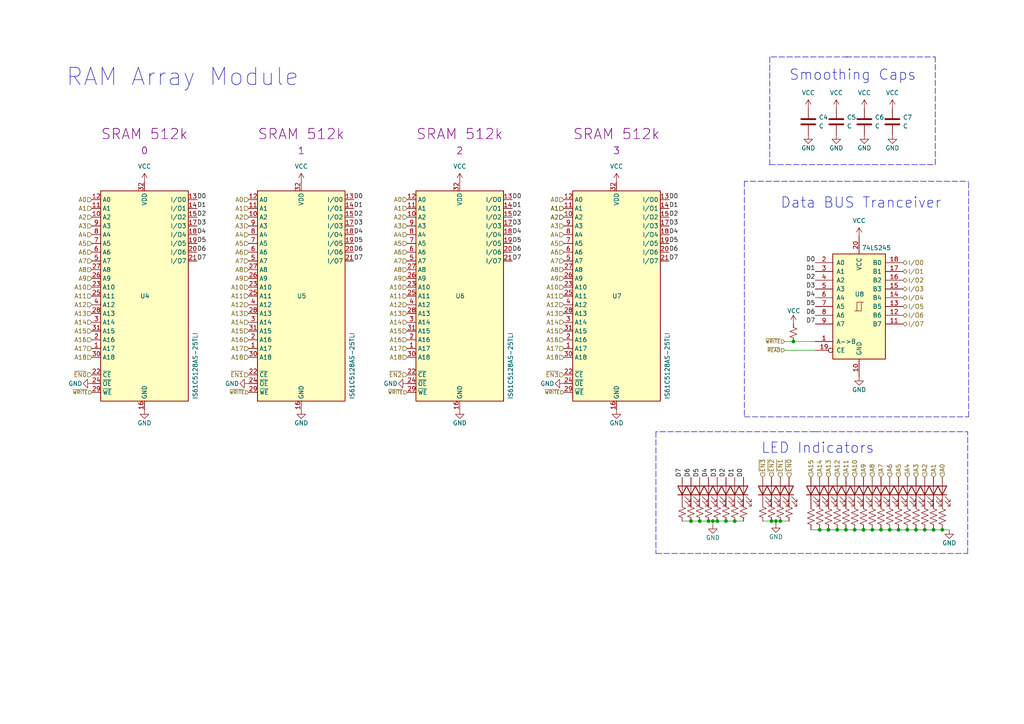
<source format=kicad_sch>
(kicad_sch (version 20211123) (generator eeschema)
  (paper "A4")
  (lib_symbols
    (symbol "74xx:74LS245" (pin_names (offset 1.016))
      (property "Reference" "U" (at -7.62 16.51 0))
      (property "Value" "74LS245" (at -7.62 -16.51 0))
      (symbol "74LS245_1_0"
        (polyline (pts (xy -0.635 -1.27) (xy -0.635 1.27) (xy 0.635 1.27)))
        (polyline (pts (xy -1.27 -1.27) (xy 0.635 -1.27) (xy 0.635 1.27) (xy 1.27 1.27)))
        (pin input line (at -12.7 -10.16 0) (length 5.08) (name "A->B") (number "1"))
        (pin power_in line (at 0 -20.32 90) (length 5.08) (name "GND") (number "10"))
        (pin tri_state line (at 12.7 -5.08 180) (length 5.08) (name "B7") (number "11"))
        (pin tri_state line (at 12.7 -2.54 180) (length 5.08) (name "B6") (number "12"))
        (pin tri_state line (at 12.7 0 180) (length 5.08) (name "B5") (number "13"))
        (pin tri_state line (at 12.7 2.54 180) (length 5.08) (name "B4") (number "14"))
        (pin tri_state line (at 12.7 5.08 180) (length 5.08) (name "B3") (number "15"))
        (pin tri_state line (at 12.7 7.62 180) (length 5.08) (name "B2") (number "16"))
        (pin tri_state line (at 12.7 10.16 180) (length 5.08) (name "B1") (number "17"))
        (pin tri_state line (at 12.7 12.7 180) (length 5.08) (name "B0") (number "18"))
        (pin input inverted (at -12.7 -12.7 0) (length 5.08) (name "CE") (number "19"))
        (pin tri_state line (at -12.7 12.7 0) (length 5.08) (name "A0") (number "2"))
        (pin power_in line (at 0 20.32 270) (length 5.08) (name "VCC") (number "20"))
        (pin tri_state line (at -12.7 10.16 0) (length 5.08) (name "A1") (number "3"))
        (pin tri_state line (at -12.7 7.62 0) (length 5.08) (name "A2") (number "4"))
        (pin tri_state line (at -12.7 5.08 0) (length 5.08) (name "A3") (number "5"))
        (pin tri_state line (at -12.7 2.54 0) (length 5.08) (name "A4") (number "6"))
        (pin tri_state line (at -12.7 0 0) (length 5.08) (name "A5") (number "7"))
        (pin tri_state line (at -12.7 -2.54 0) (length 5.08) (name "A6") (number "8"))
        (pin tri_state line (at -12.7 -5.08 0) (length 5.08) (name "A7") (number "9"))
      )
      (symbol "74LS245_1_1"
        (rectangle (start -7.62 15.24) (end 7.62 -15.24) (stroke (width 0.254)) (fill (type background)))
      )
    )
    (symbol "Device:C" (pin_numbers hide) (pin_names (offset 0.254))
      (property "Reference" "C" (at 0.635 2.54 0))
      (property "Value" "C" (at 0.635 -2.54 0))
      (symbol "C_0_1"
        (polyline (pts (xy -2.032 -0.762) (xy 2.032 -0.762)) (stroke (width 0.508)))
        (polyline (pts (xy -2.032 0.762) (xy 2.032 0.762)) (stroke (width 0.508)))
      )
      (symbol "C_1_1"
        (pin passive line (at 0 3.81 270) (length 2.794) (name "~") (number "1"))
        (pin passive line (at 0 -3.81 90) (length 2.794) (name "~") (number "2"))
      )
    )
    (symbol "Device:LED" (pin_numbers hide) (pin_names (offset 1.016) hide)
      (property "Reference" "D" (at 0 2.54 0))
      (property "Value" "LED" (at 0 -2.54 0))
      (symbol "LED_0_1"
        (polyline (pts (xy -1.27 -1.27) (xy -1.27 1.27)) (stroke (width 0.254)))
        (polyline (pts (xy -1.27 0) (xy 1.27 0)))
        (polyline (pts (xy 1.27 -1.27) (xy 1.27 1.27) (xy -1.27 0) (xy 1.27 -1.27)) (stroke (width 0.254)))
        (polyline (pts (xy -3.048 -0.762) (xy -4.572 -2.286) (xy -3.81 -2.286) (xy -4.572 -2.286) (xy -4.572 -1.524)))
        (polyline (pts (xy -1.778 -0.762) (xy -3.302 -2.286) (xy -2.54 -2.286) (xy -3.302 -2.286) (xy -3.302 -1.524)))
      )
      (symbol "LED_1_1"
        (pin passive line (at -3.81 0 0) (length 2.54) (name "K") (number "1"))
        (pin passive line (at 3.81 0 180) (length 2.54) (name "A") (number "2"))
      )
    )
    (symbol "Device:R_Small_US" (pin_numbers hide) (pin_names (offset 0.254) hide)
      (property "Reference" "R" (at 0.762 0.508 0))
      (property "Value" "R_Small_US" (at 0.762 -1.016 0))
      (symbol "R_Small_US_1_1"
        (polyline (pts (xy 0 0) (xy 1.016 -0.381) (xy 0 -0.762) (xy -1.016 -1.143) (xy 0 -1.524)))
        (polyline (pts (xy 0 1.524) (xy 1.016 1.143) (xy 0 0.762) (xy -1.016 0.381) (xy 0 0)))
        (pin passive line (at 0 2.54 270) (length 1.016) (name "~") (number "1"))
        (pin passive line (at 0 -2.54 90) (length 1.016) (name "~") (number "2"))
      )
    )
    (symbol "Device:R_US" (pin_numbers hide) (pin_names (offset 0))
      (property "Reference" "R" (at 2.54 0 90))
      (property "Value" "R_US" (at -2.54 0 90))
      (symbol "R_US_0_1"
        (polyline (pts (xy 0 -2.286) (xy 0 -2.54)))
        (polyline (pts (xy 0 2.286) (xy 0 2.54)))
        (polyline (pts (xy 0 -0.762) (xy 1.016 -1.143) (xy 0 -1.524) (xy -1.016 -1.905) (xy 0 -2.286)))
        (polyline (pts (xy 0 0.762) (xy 1.016 0.381) (xy 0 0) (xy -1.016 -0.381) (xy 0 -0.762)))
        (polyline (pts (xy 0 2.286) (xy 1.016 1.905) (xy 0 1.524) (xy -1.016 1.143) (xy 0 0.762)))
      )
      (symbol "R_US_1_1"
        (pin passive line (at 0 3.81 270) (length 1.27) (name "~") (number "1"))
        (pin passive line (at 0 -3.81 90) (length 1.27) (name "~") (number "2"))
      )
    )
    (symbol "Memory_RAM:IS61C5128AS-25TLI"
      (property "Reference" "U" (at -10.16 31.75 0))
      (property "Value" "IS61C5128AS-25TLI" (at 12.7 31.75 0))
      (symbol "IS61C5128AS-25TLI_0_1"
        (rectangle (start -12.7 30.48) (end 12.7 -30.48) (stroke (width 0.254)) (fill (type background)))
      )
      (symbol "IS61C5128AS-25TLI_1_1"
        (pin input line (at -15.24 -15.24 0) (length 2.54) (name "A17") (number "1"))
        (pin input line (at -15.24 22.86 0) (length 2.54) (name "A2") (number "10"))
        (pin input line (at -15.24 25.4 0) (length 2.54) (name "A1") (number "11"))
        (pin input line (at -15.24 27.94 0) (length 2.54) (name "A0") (number "12"))
        (pin bidirectional line (at 15.24 27.94 180) (length 2.54) (name "I/O0") (number "13"))
        (pin bidirectional line (at 15.24 25.4 180) (length 2.54) (name "I/O1") (number "14"))
        (pin bidirectional line (at 15.24 22.86 180) (length 2.54) (name "I/O2") (number "15"))
        (pin power_in line (at 0 -33.02 90) (length 2.54) (name "GND") (number "16"))
        (pin bidirectional line (at 15.24 20.32 180) (length 2.54) (name "I/O3") (number "17"))
        (pin bidirectional line (at 15.24 17.78 180) (length 2.54) (name "I/O4") (number "18"))
        (pin bidirectional line (at 15.24 15.24 180) (length 2.54) (name "I/O5") (number "19"))
        (pin input line (at -15.24 -12.7 0) (length 2.54) (name "A16") (number "2"))
        (pin bidirectional line (at 15.24 12.7 180) (length 2.54) (name "I/O6") (number "20"))
        (pin bidirectional line (at 15.24 10.16 180) (length 2.54) (name "I/O7") (number "21"))
        (pin input line (at -15.24 -22.86 0) (length 2.54) (name "~{CE}") (number "22"))
        (pin input line (at -15.24 2.54 0) (length 2.54) (name "A10") (number "23"))
        (pin input line (at -15.24 -25.4 0) (length 2.54) (name "~{OE}") (number "24"))
        (pin input line (at -15.24 0 0) (length 2.54) (name "A11") (number "25"))
        (pin input line (at -15.24 5.08 0) (length 2.54) (name "A9") (number "26"))
        (pin input line (at -15.24 7.62 0) (length 2.54) (name "A8") (number "27"))
        (pin input line (at -15.24 -5.08 0) (length 2.54) (name "A13") (number "28"))
        (pin input line (at -15.24 -27.94 0) (length 2.54) (name "~{WE}") (number "29"))
        (pin input line (at -15.24 -7.62 0) (length 2.54) (name "A14") (number "3"))
        (pin input line (at -15.24 -17.78 0) (length 2.54) (name "A18") (number "30"))
        (pin input line (at -15.24 -10.16 0) (length 2.54) (name "A15") (number "31"))
        (pin power_in line (at 0 33.02 270) (length 2.54) (name "VDD") (number "32"))
        (pin input line (at -15.24 -2.54 0) (length 2.54) (name "A12") (number "4"))
        (pin input line (at -15.24 10.16 0) (length 2.54) (name "A7") (number "5"))
        (pin input line (at -15.24 12.7 0) (length 2.54) (name "A6") (number "6"))
        (pin input line (at -15.24 15.24 0) (length 2.54) (name "A5") (number "7"))
        (pin input line (at -15.24 17.78 0) (length 2.54) (name "A4") (number "8"))
        (pin input line (at -15.24 20.32 0) (length 2.54) (name "A3") (number "9"))
      )
    )
    (symbol "power:GND" (power) (pin_names (offset 0))
      (property "Value" "GND" (at 0 -3.81 0))
      (symbol "GND_0_1"
        (polyline (pts (xy 0 0) (xy 0 -1.27) (xy 1.27 -1.27) (xy 0 -2.54) (xy -1.27 -1.27) (xy 0 -1.27)))
      )
      (symbol "GND_1_1"
        (pin power_in line (at 0 0 270) (length 0) hide (name "GND") (number "1"))
      )
    )
    (symbol "power:VCC" (power) (pin_names (offset 0))
      (property "Value" "VCC" (at 0 3.81 0))
      (symbol "VCC_0_1"
        (polyline (pts (xy -0.762 1.27) (xy 0 2.54)))
        (polyline (pts (xy 0 0) (xy 0 2.54)))
        (polyline (pts (xy 0 2.54) (xy 0.762 1.27)))
      )
      (symbol "VCC_1_1"
        (pin power_in line (at 0 0 90) (length 0) hide (name "VCC") (number "1"))
      )
    )
  )
  (junction (at 260.604 153.67))
  (junction (at 242.824 153.67))
  (junction (at 273.304 153.67))
  (junction (at 245.364 153.67))
  (junction (at 268.224 153.67))
  (junction (at 258.064 153.67))
  (junction (at 250.444 153.67))
  (junction (at 213.106 151.13))
  (junction (at 205.486 151.13))
  (junction (at 208.026 151.13))
  (junction (at 210.566 151.13))
  (junction (at 265.684 153.67))
  (junction (at 263.144 153.67))
  (junction (at 255.524 153.67))
  (junction (at 230.124 99.06))
  (junction (at 240.284 153.67))
  (junction (at 206.756 151.13))
  (junction (at 225.044 151.13))
  (junction (at 202.946 151.13))
  (junction (at 237.744 153.67))
  (junction (at 247.904 153.67))
  (junction (at 200.406 151.13))
  (junction (at 223.774 151.13))
  (junction (at 270.764 153.67))
  (junction (at 226.314 151.13))
  (junction (at 252.984 153.67))
  (wire (pts (xy 230.124 99.06) (xy 236.474 99.06)))
  (wire (pts (xy 225.044 151.13) (xy 226.314 151.13)))
  (wire (pts (xy 227.584 101.6) (xy 236.474 101.6)))
  (wire (pts (xy 263.144 153.67) (xy 265.684 153.67)))
  (polyline (pts (xy 271.272 47.752) (xy 271.272 16.51)))
  (wire (pts (xy 225.044 151.13) (xy 225.044 151.892)))
  (wire (pts (xy 273.304 153.67) (xy 275.336 153.67)))
  (wire (pts (xy 213.106 151.13) (xy 215.646 151.13)))
  (wire (pts (xy 260.604 153.67) (xy 263.144 153.67)))
  (wire (pts (xy 247.904 153.67) (xy 250.444 153.67)))
  (wire (pts (xy 237.744 153.67) (xy 240.284 153.67)))
  (wire (pts (xy 235.204 153.67) (xy 237.744 153.67)))
  (wire (pts (xy 223.774 151.13) (xy 225.044 151.13)))
  (wire (pts (xy 208.026 151.13) (xy 210.566 151.13)))
  (wire (pts (xy 240.284 153.67) (xy 242.824 153.67)))
  (polyline (pts (xy 248.666 52.578) (xy 280.924 52.578)))
  (polyline (pts (xy 280.67 160.528) (xy 280.67 125.222)))
  (polyline (pts (xy 236.474 125.222) (xy 280.67 125.222)))
  (wire (pts (xy 202.946 151.13) (xy 200.406 151.13)))
  (wire (pts (xy 210.566 151.13) (xy 213.106 151.13)))
  (wire (pts (xy 255.524 153.67) (xy 258.064 153.67)))
  (wire (pts (xy 206.756 152.146) (xy 206.756 151.13)))
  (wire (pts (xy 250.444 153.67) (xy 252.984 153.67)))
  (wire (pts (xy 270.764 153.67) (xy 273.304 153.67)))
  (polyline (pts (xy 215.9 52.578) (xy 215.9 120.904)))
  (wire (pts (xy 226.314 151.13) (xy 228.854 151.13)))
  (wire (pts (xy 205.486 151.13) (xy 202.946 151.13)))
  (polyline (pts (xy 190.246 125.222) (xy 190.246 160.528)))
  (wire (pts (xy 200.406 151.13) (xy 197.866 151.13)))
  (wire (pts (xy 206.756 151.13) (xy 208.026 151.13)))
  (wire (pts (xy 245.364 153.67) (xy 247.904 153.67)))
  (polyline (pts (xy 280.924 120.904) (xy 280.924 52.578)))
  (wire (pts (xy 268.224 153.67) (xy 270.764 153.67)))
  (wire (pts (xy 227.584 99.06) (xy 230.124 99.06)))
  (polyline (pts (xy 215.9 120.904) (xy 280.924 120.904)))
  (polyline (pts (xy 223.266 47.752) (xy 271.272 47.752)))
  (polyline (pts (xy 245.364 16.51) (xy 271.272 16.51)))
  (polyline (pts (xy 236.474 125.222) (xy 190.246 125.222)))
  (wire (pts (xy 221.234 151.13) (xy 223.774 151.13)))
  (polyline (pts (xy 190.246 160.528) (xy 280.67 160.528)))
  (wire (pts (xy 258.064 153.67) (xy 260.604 153.67)))
  (wire (pts (xy 252.984 153.67) (xy 255.524 153.67)))
  (polyline (pts (xy 245.872 16.51) (xy 223.266 16.51)))
  (wire (pts (xy 242.824 153.67) (xy 245.364 153.67)))
  (polyline (pts (xy 223.266 16.51) (xy 223.266 47.752)))
  (polyline (pts (xy 248.92 52.578) (xy 215.9 52.578)))
  (wire (pts (xy 265.684 153.67) (xy 268.224 153.67)))
  (wire (pts (xy 205.486 151.13) (xy 206.756 151.13)))
  (text "Data BUS Tranceiver" (at 226.314 60.706 0) (effects (font (size 3 3)) (justify left bottom)))
  (text "LED Indicators" (at 220.726 131.826 0) (effects (font (size 3 3)) (justify left bottom)))
  (text "RAM Array Module" (at 19.05 25.4 0) (effects (font (size 5 5)) (justify left bottom)))
  (text "Smoothing Caps" (at 228.854 23.622 0) (effects (font (size 3 3)) (justify left bottom)))
  (label "D2" (at 57.15 62.992 0))
  (label "D0" (at 215.646 138.43 90))
  (label "D6" (at 102.616 73.152 0))
  (label "D5" (at 202.946 138.43 90))
  (label "D2" (at 102.616 62.992 0))
  (label "D2" (at 210.566 138.43 90))
  (label "D7" (at 236.474 93.98 180))
  (label "D3" (at 148.59 65.532 0))
  (label "D0" (at 57.15 57.912 0))
  (label "D3" (at 194.056 65.532 0))
  (label "D5" (at 194.056 70.612 0))
  (label "D7" (at 57.15 75.692 0))
  (label "D5" (at 148.59 70.612 0))
  (label "D0" (at 194.056 57.912 0))
  (label "D6" (at 57.15 73.152 0))
  (label "D6" (at 148.59 73.152 0))
  (label "D3" (at 57.15 65.532 0))
  (label "D1" (at 148.59 60.452 0))
  (label "D2" (at 194.056 62.992 0))
  (label "D4" (at 148.59 68.072 0))
  (label "D1" (at 194.056 60.452 0))
  (label "D7" (at 194.056 75.692 0))
  (label "D5" (at 57.15 70.612 0))
  (label "D4" (at 194.056 68.072 0))
  (label "D2" (at 148.59 62.992 0))
  (label "D1" (at 102.616 60.452 0))
  (label "D4" (at 205.486 138.43 90))
  (label "D4" (at 236.474 86.36 180))
  (label "D0" (at 102.616 57.912 0))
  (label "D2" (at 236.474 81.28 180))
  (label "D0" (at 236.474 76.2 180))
  (label "D1" (at 57.15 60.452 0))
  (label "D6" (at 194.056 73.152 0))
  (label "D0" (at 148.59 57.912 0))
  (label "D4" (at 102.616 68.072 0))
  (label "D6" (at 200.406 138.43 90))
  (label "D4" (at 57.15 68.072 0))
  (label "D5" (at 236.474 88.9 180))
  (label "D5" (at 102.616 70.612 0))
  (label "D7" (at 197.866 138.43 90))
  (label "D7" (at 148.59 75.692 0))
  (label "D1" (at 236.474 78.74 180))
  (label "D1" (at 213.106 138.43 90))
  (label "D7" (at 102.616 75.692 0))
  (label "D6" (at 236.474 91.44 180))
  (label "D3" (at 236.474 83.82 180))
  (label "D3" (at 208.026 138.43 90))
  (label "D3" (at 102.616 65.532 0))
  (hierarchical_label "A8" (shape input) (at 72.136 78.232 180))
  (hierarchical_label "A16" (shape input) (at 118.11 98.552 180))
  (hierarchical_label "A10" (shape input) (at 72.136 83.312 180))
  (hierarchical_label "~{EN0}" (shape input) (at 228.854 138.43 90))
  (hierarchical_label "A15" (shape input) (at 26.67 96.012 180))
  (hierarchical_label "A1" (shape input) (at 26.67 60.452 180))
  (hierarchical_label "A11" (shape input) (at 245.364 138.43 90))
  (hierarchical_label "A12" (shape input) (at 163.576 88.392 180))
  (hierarchical_label "A5" (shape input) (at 26.67 70.612 180))
  (hierarchical_label "A6" (shape input) (at 118.11 73.152 180))
  (hierarchical_label "A9" (shape input) (at 26.67 80.772 180))
  (hierarchical_label "A13" (shape input) (at 240.284 138.43 90))
  (hierarchical_label "A9" (shape input) (at 118.11 80.772 180))
  (hierarchical_label "A5" (shape input) (at 72.136 70.612 180))
  (hierarchical_label "A3" (shape input) (at 163.576 65.532 180))
  (hierarchical_label "~{WRITE}" (shape input) (at 163.576 113.792 180) (effects (font (size 1 1))))
  (hierarchical_label "~{WRITE}" (shape input) (at 227.584 99.06 180) (effects (font (size 1 1))))
  (hierarchical_label "A6" (shape input) (at 26.67 73.152 180))
  (hierarchical_label "A7" (shape input) (at 255.524 138.43 90))
  (hierarchical_label "A2" (shape input) (at 72.136 62.992 180))
  (hierarchical_label "A7" (shape input) (at 163.576 75.692 180))
  (hierarchical_label "A9" (shape input) (at 72.136 80.772 180))
  (hierarchical_label "A1" (shape input) (at 163.576 60.452 180))
  (hierarchical_label "A14" (shape input) (at 118.11 93.472 180))
  (hierarchical_label "I{slash}O6" (shape bidirectional) (at 261.874 91.44 0))
  (hierarchical_label "A16" (shape input) (at 26.67 98.552 180))
  (hierarchical_label "A12" (shape input) (at 26.67 88.392 180))
  (hierarchical_label "A12" (shape input) (at 118.11 88.392 180))
  (hierarchical_label "I{slash}O1" (shape bidirectional) (at 261.874 78.74 0))
  (hierarchical_label "I{slash}O4" (shape bidirectional) (at 261.874 86.36 0))
  (hierarchical_label "A0" (shape input) (at 26.67 57.912 180))
  (hierarchical_label "A4" (shape input) (at 263.144 138.43 90))
  (hierarchical_label "A5" (shape input) (at 260.604 138.43 90))
  (hierarchical_label "A14" (shape input) (at 163.576 93.472 180))
  (hierarchical_label "A2" (shape input) (at 268.224 138.43 90))
  (hierarchical_label "A6" (shape input) (at 163.576 73.152 180))
  (hierarchical_label "A3" (shape input) (at 26.67 65.532 180))
  (hierarchical_label "~{WRITE}" (shape input) (at 72.136 113.792 180) (effects (font (size 1 1))))
  (hierarchical_label "A4" (shape input) (at 163.576 68.072 180))
  (hierarchical_label "A11" (shape input) (at 72.136 85.852 180))
  (hierarchical_label "A2" (shape input) (at 26.67 62.992 180))
  (hierarchical_label "A11" (shape input) (at 163.576 85.852 180))
  (hierarchical_label "A2" (shape input) (at 163.576 62.992 180))
  (hierarchical_label "A15" (shape input) (at 163.576 96.012 180))
  (hierarchical_label "A7" (shape input) (at 26.67 75.692 180))
  (hierarchical_label "A2" (shape input) (at 118.11 62.992 180))
  (hierarchical_label "A11" (shape input) (at 118.11 85.852 180))
  (hierarchical_label "A10" (shape input) (at 163.576 83.312 180))
  (hierarchical_label "A16" (shape input) (at 163.576 98.552 180))
  (hierarchical_label "~{WRITE}" (shape input) (at 26.67 113.792 180) (effects (font (size 1 1))))
  (hierarchical_label "A10" (shape input) (at 26.67 83.312 180))
  (hierarchical_label "A1" (shape input) (at 72.136 60.452 180))
  (hierarchical_label "A1" (shape input) (at 118.11 60.452 180))
  (hierarchical_label "A17" (shape input) (at 26.67 101.092 180))
  (hierarchical_label "A11" (shape input) (at 26.67 85.852 180))
  (hierarchical_label "A9" (shape input) (at 250.444 138.43 90))
  (hierarchical_label "~{EN1}" (shape input) (at 226.314 138.43 90))
  (hierarchical_label "A15" (shape input) (at 235.204 138.43 90))
  (hierarchical_label "A8" (shape input) (at 26.67 78.232 180))
  (hierarchical_label "A8" (shape input) (at 163.576 78.232 180))
  (hierarchical_label "A10" (shape input) (at 247.904 138.43 90))
  (hierarchical_label "I{slash}O3" (shape bidirectional) (at 261.874 83.82 0))
  (hierarchical_label "~{EN3}" (shape input) (at 163.576 108.712 180))
  (hierarchical_label "A17" (shape input) (at 118.11 101.092 180))
  (hierarchical_label "A15" (shape input) (at 118.11 96.012 180))
  (hierarchical_label "A18" (shape input) (at 163.576 103.632 180))
  (hierarchical_label "A7" (shape input) (at 118.11 75.692 180))
  (hierarchical_label "A4" (shape input) (at 118.11 68.072 180))
  (hierarchical_label "A4" (shape input) (at 72.136 68.072 180))
  (hierarchical_label "A17" (shape input) (at 72.136 101.092 180))
  (hierarchical_label "A8" (shape input) (at 252.984 138.43 90))
  (hierarchical_label "A1" (shape input) (at 163.576 60.452 180))
  (hierarchical_label "A14" (shape input) (at 26.67 93.472 180))
  (hierarchical_label "I{slash}O0" (shape bidirectional) (at 261.874 76.2 0))
  (hierarchical_label "A16" (shape input) (at 72.136 98.552 180))
  (hierarchical_label "~{EN2}" (shape input) (at 223.774 138.43 90))
  (hierarchical_label "~{WRITE}" (shape input) (at 118.11 113.792 180) (effects (font (size 1 1))))
  (hierarchical_label "A13" (shape input) (at 26.67 90.932 180))
  (hierarchical_label "A0" (shape input) (at 163.576 57.912 180))
  (hierarchical_label "A3" (shape input) (at 265.684 138.43 90))
  (hierarchical_label "A18" (shape input) (at 26.67 103.632 180))
  (hierarchical_label "A0" (shape input) (at 273.304 138.43 90))
  (hierarchical_label "A13" (shape input) (at 163.576 90.932 180))
  (hierarchical_label "A3" (shape input) (at 118.11 65.532 180))
  (hierarchical_label "A8" (shape input) (at 118.11 78.232 180))
  (hierarchical_label "A18" (shape input) (at 118.11 103.632 180))
  (hierarchical_label "I{slash}O7" (shape bidirectional) (at 261.874 93.98 0))
  (hierarchical_label "A15" (shape input) (at 72.136 96.012 180))
  (hierarchical_label "A0" (shape input) (at 118.11 57.912 180))
  (hierarchical_label "I{slash}O5" (shape bidirectional) (at 261.874 88.9 0))
  (hierarchical_label "A17" (shape input) (at 163.576 101.092 180))
  (hierarchical_label "~{EN0}" (shape input) (at 26.67 108.712 180))
  (hierarchical_label "A13" (shape input) (at 72.136 90.932 180))
  (hierarchical_label "A6" (shape input) (at 72.136 73.152 180))
  (hierarchical_label "A5" (shape input) (at 163.576 70.612 180))
  (hierarchical_label "A13" (shape input) (at 118.11 90.932 180))
  (hierarchical_label "A6" (shape input) (at 258.064 138.43 90))
  (hierarchical_label "A3" (shape input) (at 72.136 65.532 180))
  (hierarchical_label "~{READ}" (shape input) (at 227.584 101.6 180) (effects (font (size 1 1))))
  (hierarchical_label "A2" (shape input) (at 163.576 62.992 180))
  (hierarchical_label "A10" (shape input) (at 118.11 83.312 180))
  (hierarchical_label "A7" (shape input) (at 72.136 75.692 180))
  (hierarchical_label "~{EN1}" (shape input) (at 72.136 108.712 180))
  (hierarchical_label "~{EN2}" (shape input) (at 118.11 108.712 180))
  (hierarchical_label "A0" (shape input) (at 72.136 57.912 180))
  (hierarchical_label "~{EN3}" (shape input) (at 221.234 138.43 90))
  (hierarchical_label "A9" (shape input) (at 163.576 80.772 180))
  (hierarchical_label "A14" (shape input) (at 237.744 138.43 90))
  (hierarchical_label "A12" (shape input) (at 72.136 88.392 180))
  (hierarchical_label "I{slash}O2" (shape bidirectional) (at 261.874 81.28 0))
  (hierarchical_label "A5" (shape input) (at 118.11 70.612 180))
  (hierarchical_label "A18" (shape input) (at 72.136 103.632 180))
  (hierarchical_label "A4" (shape input) (at 26.67 68.072 180))
  (hierarchical_label "A12" (shape input) (at 242.824 138.43 90))
  (hierarchical_label "A1" (shape input) (at 270.764 138.43 90))
  (hierarchical_label "A14" (shape input) (at 72.136 93.472 180))
  (symbol (lib_id "Memory_RAM:IS61C5128AS-25TLI") (at 41.91 85.852 0) (unit 1)
    (property "Reference" "U4" (at 40.64 85.852 0) (effects (justify left)))
    (property "Value" "IS61C5128AS-25TLI" (at 56.642 115.824 90) (effects (justify left)))
    (property "Footprint" "Package_SO:TSOP-II-32_21.0x10.2mm_P1.27mm" (effects hide))
    (property "Datasheet" "http://www.issi.com/WW/pdf/61-64C5128AL.pdf" (effects hide))
    (property "Field4" "SRAM 512k" (at 41.91 38.862 0) (effects (font (size 3 3))))
    (property "Field5" "0" (at 41.91 43.688 0) (effects (font (size 2 2))))
  )
  (symbol (lib_id "Device:LED") (at 205.486 142.24 90) (unit 1)
    (property "Reference" "D9" (effects hide))
    (property "Value" "LED" (effects hide))
    (property "Footprint" "LED_SMD:LED_0805_2012Metric" (effects hide))
  )
  (symbol (lib_id "power:VCC") (at 87.376 52.832 0) (unit 1)
    (property "Reference" "#PWR026" (effects hide))
    (property "Value" "VCC" (at 87.376 48.26 0))
  )
  (symbol (lib_id "Device:LED") (at 265.684 142.24 90) (unit 1)
    (property "Reference" "D30" (effects hide))
    (property "Value" "LED" (effects hide))
    (property "Footprint" "LED_SMD:LED_0805_2012Metric" (effects hide))
  )
  (symbol (lib_id "Device:LED") (at 268.224 142.24 90) (unit 1)
    (property "Reference" "D31" (effects hide))
    (property "Value" "LED" (effects hide))
    (property "Footprint" "LED_SMD:LED_0805_2012Metric" (effects hide))
  )
  (symbol (lib_id "Device:R_US") (at 237.744 149.86 180) (unit 1)
    (property "Reference" "R19" (effects hide))
    (property "Value" "R_US" (effects hide))
    (property "Footprint" "Resistor_SMD:R_0805_2012Metric" (effects hide))
  )
  (symbol (lib_id "Device:LED") (at 260.604 142.24 90) (unit 1)
    (property "Reference" "D28" (effects hide))
    (property "Value" "LED" (effects hide))
    (property "Footprint" "LED_SMD:LED_0805_2012Metric" (effects hide))
  )
  (symbol (lib_id "power:GND") (at 133.35 118.872 0) (unit 1)
    (property "Reference" "#PWR031" (effects hide))
    (property "Value" "GND" (at 133.35 122.682 0))
  )
  (symbol (lib_id "Device:R_US") (at 242.824 149.86 180) (unit 1)
    (property "Reference" "R21" (effects hide))
    (property "Value" "R_US" (effects hide))
    (property "Footprint" "Resistor_SMD:R_0805_2012Metric" (effects hide))
  )
  (symbol (lib_id "Device:R_Small_US") (at 226.314 148.59 180) (unit 1)
    (property "Reference" "R16" (effects hide))
    (property "Value" "R_Small_US" (effects hide))
    (property "Footprint" "Resistor_SMD:R_0805_2012Metric" (effects hide))
  )
  (symbol (lib_id "power:VCC") (at 178.816 52.832 0) (unit 1)
    (property "Reference" "#PWR033" (effects hide))
    (property "Value" "VCC" (at 178.816 48.26 0))
  )
  (symbol (lib_id "Device:R_US") (at 260.604 149.86 180) (unit 1)
    (property "Reference" "R28" (effects hide))
    (property "Value" "R_US" (effects hide))
    (property "Footprint" "Resistor_SMD:R_0805_2012Metric" (effects hide))
  )
  (symbol (lib_id "power:GND") (at 242.57 39.116 0) (unit 1)
    (property "Reference" "#PWR039" (effects hide))
    (property "Value" "GND" (at 242.57 42.926 0))
  )
  (symbol (lib_id "power:GND") (at 72.136 111.252 270) (unit 1)
    (property "Reference" "#PWR025" (effects hide))
    (property "Value" "GND" (at 67.31 111.252 90))
  )
  (symbol (lib_id "power:GND") (at 234.442 39.116 0) (unit 1)
    (property "Reference" "#PWR037" (effects hide))
    (property "Value" "GND" (at 234.442 42.926 0))
  )
  (symbol (lib_id "Device:LED") (at 197.866 142.24 90) (unit 1)
    (property "Reference" "D6" (effects hide))
    (property "Value" "LED" (effects hide))
    (property "Footprint" "LED_SMD:LED_0805_2012Metric" (effects hide))
  )
  (symbol (lib_id "power:GND") (at 87.376 118.872 0) (unit 1)
    (property "Reference" "#PWR027" (effects hide))
    (property "Value" "GND" (at 87.376 122.682 0))
  )
  (symbol (lib_id "Device:R_Small_US") (at 210.566 148.59 180) (unit 1)
    (property "Reference" "R11" (effects hide))
    (property "Value" "R_Small_US" (effects hide))
    (property "Footprint" "Resistor_SMD:R_0805_2012Metric" (effects hide))
  )
  (symbol (lib_id "Device:R_US") (at 250.444 149.86 180) (unit 1)
    (property "Reference" "R24" (effects hide))
    (property "Value" "R_US" (effects hide))
    (property "Footprint" "Resistor_SMD:R_0805_2012Metric" (effects hide))
  )
  (symbol (lib_id "Device:LED") (at 223.774 142.24 90) (unit 1)
    (property "Reference" "D15" (effects hide))
    (property "Value" "LED" (effects hide))
    (property "Footprint" "LED_SMD:LED_0805_2012Metric" (effects hide))
  )
  (symbol (lib_id "Device:LED") (at 252.984 142.24 90) (unit 1)
    (property "Reference" "D25" (effects hide))
    (property "Value" "LED" (effects hide))
    (property "Footprint" "LED_SMD:LED_0805_2012Metric" (effects hide))
  )
  (symbol (lib_id "Device:C") (at 250.698 35.306 0) (unit 1)
    (property "Reference" "C6" (at 253.746 34.0359 0) (effects (justify left)))
    (property "Value" "C" (at 253.746 36.5759 0) (effects (justify left)))
    (property "Footprint" "Capacitor_SMD:C_0805_2012Metric" (effects hide))
  )
  (symbol (lib_id "Device:LED") (at 237.744 142.24 90) (unit 1)
    (property "Reference" "D19" (effects hide))
    (property "Value" "LED" (effects hide))
    (property "Footprint" "LED_SMD:LED_0805_2012Metric" (effects hide))
  )
  (symbol (lib_id "power:VCC") (at 234.442 31.496 0) (unit 1)
    (property "Reference" "#PWR036" (effects hide))
    (property "Value" "VCC" (at 234.442 26.924 0))
  )
  (symbol (lib_id "Device:LED") (at 213.106 142.24 90) (unit 1)
    (property "Reference" "D12" (effects hide))
    (property "Value" "LED" (effects hide))
    (property "Footprint" "LED_SMD:LED_0805_2012Metric" (effects hide))
  )
  (symbol (lib_id "Device:LED") (at 226.314 142.24 90) (unit 1)
    (property "Reference" "D16" (effects hide))
    (property "Value" "LED" (effects hide))
    (property "Footprint" "LED_SMD:LED_0805_2012Metric" (effects hide))
  )
  (symbol (lib_id "power:VCC") (at 133.35 52.832 0) (unit 1)
    (property "Reference" "#PWR030" (effects hide))
    (property "Value" "VCC" (at 133.35 48.26 0))
  )
  (symbol (lib_id "power:GND") (at 178.816 118.872 0) (unit 1)
    (property "Reference" "#PWR034" (effects hide))
    (property "Value" "GND" (at 178.816 122.682 0))
  )
  (symbol (lib_id "Device:R_US") (at 235.204 149.86 180) (unit 1)
    (property "Reference" "R18" (effects hide))
    (property "Value" "R_US" (effects hide))
    (property "Footprint" "Resistor_SMD:R_0805_2012Metric" (effects hide))
  )
  (symbol (lib_id "Device:R_US") (at 270.764 149.86 180) (unit 1)
    (property "Reference" "R32" (effects hide))
    (property "Value" "R_US" (effects hide))
    (property "Footprint" "Resistor_SMD:R_0805_2012Metric" (effects hide))
  )
  (symbol (lib_id "Device:LED") (at 210.566 142.24 90) (unit 1)
    (property "Reference" "D11" (effects hide))
    (property "Value" "LED" (effects hide))
    (property "Footprint" "LED_SMD:LED_0805_2012Metric" (effects hide))
  )
  (symbol (lib_id "Device:R_Small_US") (at 215.646 148.59 180) (unit 1)
    (property "Reference" "R13" (effects hide))
    (property "Value" "R_Small_US" (effects hide))
    (property "Footprint" "Resistor_SMD:R_0805_2012Metric" (effects hide))
  )
  (symbol (lib_id "power:GND") (at 275.336 153.67 0) (unit 1)
    (property "Reference" "#PWR029" (effects hide))
    (property "Value" "GND" (at 275.336 157.48 0))
  )
  (symbol (lib_id "Device:LED") (at 200.406 142.24 90) (unit 1)
    (property "Reference" "D7" (effects hide))
    (property "Value" "LED" (effects hide))
    (property "Footprint" "LED_SMD:LED_0805_2012Metric" (effects hide))
  )
  (symbol (lib_id "power:GND") (at 250.698 39.116 0) (unit 1)
    (property "Reference" "#PWR043" (effects hide))
    (property "Value" "GND" (at 250.698 42.926 0))
  )
  (symbol (lib_id "power:GND") (at 258.826 39.116 0) (unit 1)
    (property "Reference" "#PWR045" (effects hide))
    (property "Value" "GND" (at 258.826 42.926 0))
  )
  (symbol (lib_id "Device:LED") (at 215.646 142.24 90) (unit 1)
    (property "Reference" "D13" (effects hide))
    (property "Value" "LED" (effects hide))
    (property "Footprint" "LED_SMD:LED_0805_2012Metric" (effects hide))
  )
  (symbol (lib_id "Device:R_Small_US") (at 228.854 148.59 180) (unit 1)
    (property "Reference" "R17" (effects hide))
    (property "Value" "R_Small_US" (effects hide))
    (property "Footprint" "Resistor_SMD:R_0805_2012Metric" (effects hide))
  )
  (symbol (lib_id "Device:R_US") (at 240.284 149.86 180) (unit 1)
    (property "Reference" "R20" (effects hide))
    (property "Value" "R_US" (effects hide))
    (property "Footprint" "Resistor_SMD:R_0805_2012Metric" (effects hide))
  )
  (symbol (lib_id "power:GND") (at 206.756 152.146 0) (unit 1)
    (property "Reference" "#PWR021" (effects hide))
    (property "Value" "GND" (at 206.756 155.956 0))
  )
  (symbol (lib_id "Device:R_US") (at 255.524 149.86 180) (unit 1)
    (property "Reference" "R26" (effects hide))
    (property "Value" "R_US" (effects hide))
    (property "Footprint" "Resistor_SMD:R_0805_2012Metric" (effects hide))
  )
  (symbol (lib_id "Device:LED") (at 250.444 142.24 90) (unit 1)
    (property "Reference" "D24" (effects hide))
    (property "Value" "LED" (effects hide))
    (property "Footprint" "LED_SMD:LED_0805_2012Metric" (effects hide))
  )
  (symbol (lib_id "Device:R_Small_US") (at 230.124 96.52 180) (unit 1)
    (property "Reference" "R34" (effects hide))
    (property "Value" "R_Small_US" (effects hide))
    (property "Footprint" "Resistor_SMD:R_0805_2012Metric" (effects hide))
  )
  (symbol (lib_id "power:GND") (at 41.91 118.872 0) (unit 1)
    (property "Reference" "#PWR023" (effects hide))
    (property "Value" "GND" (at 41.91 122.682 0))
  )
  (symbol (lib_id "power:VCC") (at 41.91 52.832 0) (unit 1)
    (property "Reference" "#PWR022" (effects hide))
    (property "Value" "VCC" (at 41.91 48.26 0))
  )
  (symbol (lib_id "74xx:74LS245") (at 249.174 88.9 0) (unit 1)
    (property "Reference" "U8" (at 247.904 85.344 0) (effects (justify left)))
    (property "Value" "74LS245" (at 249.936 71.882 0) (effects (justify left)))
    (property "Footprint" "Package_SO:TSSOP-20_4.4x6.5mm_P0.65mm" (effects hide))
    (property "Datasheet" "http://www.ti.com/lit/gpn/sn74LS245" (effects hide))
  )
  (symbol (lib_id "Device:LED") (at 270.764 142.24 90) (unit 1)
    (property "Reference" "D32" (effects hide))
    (property "Value" "LED" (effects hide))
    (property "Footprint" "LED_SMD:LED_0805_2012Metric" (effects hide))
  )
  (symbol (lib_id "power:VCC") (at 249.174 68.58 0) (unit 1)
    (property "Reference" "#PWR040" (effects hide))
    (property "Value" "VCC" (at 249.174 64.008 0))
  )
  (symbol (lib_id "power:GND") (at 249.174 109.22 0) (unit 1)
    (property "Reference" "#PWR041" (effects hide))
    (property "Value" "GND" (at 249.174 113.03 0))
  )
  (symbol (lib_id "Device:R_US") (at 268.224 149.86 180) (unit 1)
    (property "Reference" "R31" (effects hide))
    (property "Value" "R_US" (effects hide))
    (property "Footprint" "Resistor_SMD:R_0805_2012Metric" (effects hide))
  )
  (symbol (lib_id "Device:C") (at 258.826 35.306 0) (unit 1)
    (property "Reference" "C7" (at 261.874 34.0359 0) (effects (justify left)))
    (property "Value" "C" (at 261.874 36.5759 0) (effects (justify left)))
    (property "Footprint" "Capacitor_SMD:C_0805_2012Metric" (effects hide))
  )
  (symbol (lib_id "Device:R_Small_US") (at 208.026 148.59 180) (unit 1)
    (property "Reference" "R10" (effects hide))
    (property "Value" "R_Small_US" (effects hide))
    (property "Footprint" "Resistor_SMD:R_0805_2012Metric" (effects hide))
  )
  (symbol (lib_id "Device:R_Small_US") (at 221.234 148.59 180) (unit 1)
    (property "Reference" "R14" (effects hide))
    (property "Value" "R_Small_US" (effects hide))
    (property "Footprint" "Resistor_SMD:R_0805_2012Metric" (effects hide))
  )
  (symbol (lib_id "power:VCC") (at 258.826 31.496 0) (unit 1)
    (property "Reference" "#PWR044" (effects hide))
    (property "Value" "VCC" (at 258.826 26.924 0))
  )
  (symbol (lib_id "Memory_RAM:IS61C5128AS-25TLI") (at 87.376 85.852 0) (unit 1)
    (property "Reference" "U5" (at 86.106 85.852 0) (effects (justify left)))
    (property "Value" "IS61C5128AS-25TLI" (at 102.108 115.824 90) (effects (justify left)))
    (property "Footprint" "Package_SO:TSOP-II-32_21.0x10.2mm_P1.27mm" (effects hide))
    (property "Datasheet" "http://www.issi.com/WW/pdf/61-64C5128AL.pdf" (effects hide))
    (property "Field4" "SRAM 512k" (at 87.376 38.862 0) (effects (font (size 3 3))))
    (property "Field5" "1" (at 87.376 43.688 0) (effects (font (size 2 2))))
  )
  (symbol (lib_id "Memory_RAM:IS61C5128AS-25TLI") (at 133.35 85.852 0) (unit 1)
    (property "Reference" "U6" (at 132.08 85.852 0) (effects (justify left)))
    (property "Value" "IS61C5128AS-25TLI" (at 148.082 115.824 90) (effects (justify left)))
    (property "Footprint" "Package_SO:TSOP-II-32_21.0x10.2mm_P1.27mm" (effects hide))
    (property "Datasheet" "http://www.issi.com/WW/pdf/61-64C5128AL.pdf" (effects hide))
    (property "Field4" "SRAM 512k" (at 133.35 38.862 0) (effects (font (size 3 3))))
    (property "Field5" "2" (at 133.35 43.688 0) (effects (font (size 2 2))))
  )
  (symbol (lib_id "Device:R_Small_US") (at 213.106 148.59 180) (unit 1)
    (property "Reference" "R12" (effects hide))
    (property "Value" "R_Small_US" (effects hide))
    (property "Footprint" "Resistor_SMD:R_0805_2012Metric" (effects hide))
  )
  (symbol (lib_id "Device:LED") (at 273.304 142.24 90) (unit 1)
    (property "Reference" "D33" (effects hide))
    (property "Value" "LED" (effects hide))
    (property "Footprint" "LED_SMD:LED_0805_2012Metric" (effects hide))
  )
  (symbol (lib_id "Device:LED") (at 255.524 142.24 90) (unit 1)
    (property "Reference" "D26" (effects hide))
    (property "Value" "LED" (effects hide))
    (property "Footprint" "LED_SMD:LED_0805_2012Metric" (effects hide))
  )
  (symbol (lib_id "Device:C") (at 242.57 35.306 0) (unit 1)
    (property "Reference" "C5" (at 245.618 34.0359 0) (effects (justify left)))
    (property "Value" "C" (at 245.618 36.5759 0) (effects (justify left)))
    (property "Footprint" "Capacitor_SMD:C_0805_2012Metric" (effects hide))
  )
  (symbol (lib_id "Device:R_US") (at 245.364 149.86 180) (unit 1)
    (property "Reference" "R22" (effects hide))
    (property "Value" "R_US" (effects hide))
    (property "Footprint" "Resistor_SMD:R_0805_2012Metric" (effects hide))
  )
  (symbol (lib_id "Memory_RAM:IS61C5128AS-25TLI") (at 178.816 85.852 0) (unit 1)
    (property "Reference" "U7" (at 177.546 85.852 0) (effects (justify left)))
    (property "Value" "IS61C5128AS-25TLI" (at 193.548 115.824 90) (effects (justify left)))
    (property "Footprint" "Package_SO:TSOP-II-32_21.0x10.2mm_P1.27mm" (effects hide))
    (property "Datasheet" "http://www.issi.com/WW/pdf/61-64C5128AL.pdf" (effects hide))
    (property "Field4" "SRAM 512k" (at 178.816 38.862 0) (effects (font (size 3 3))))
    (property "Field5" "3" (at 178.816 43.688 0) (effects (font (size 2 2))))
  )
  (symbol (lib_id "Device:LED") (at 228.854 142.24 90) (unit 1)
    (property "Reference" "D17" (effects hide))
    (property "Value" "LED" (effects hide))
    (property "Footprint" "LED_SMD:LED_0805_2012Metric" (effects hide))
  )
  (symbol (lib_id "Device:R_Small_US") (at 197.866 148.59 180) (unit 1)
    (property "Reference" "R6" (effects hide))
    (property "Value" "R_Small_US" (effects hide))
    (property "Footprint" "Resistor_SMD:R_0805_2012Metric" (effects hide))
  )
  (symbol (lib_id "Device:R_US") (at 263.144 149.86 180) (unit 1)
    (property "Reference" "R29" (effects hide))
    (property "Value" "R_US" (effects hide))
    (property "Footprint" "Resistor_SMD:R_0805_2012Metric" (effects hide))
  )
  (symbol (lib_id "Device:LED") (at 263.144 142.24 90) (unit 1)
    (property "Reference" "D29" (effects hide))
    (property "Value" "LED" (effects hide))
    (property "Footprint" "LED_SMD:LED_0805_2012Metric" (effects hide))
  )
  (symbol (lib_id "power:GND") (at 225.044 151.892 0) (unit 1)
    (property "Reference" "#PWR024" (effects hide))
    (property "Value" "GND" (at 225.044 155.702 0))
  )
  (symbol (lib_id "Device:LED") (at 202.946 142.24 90) (unit 1)
    (property "Reference" "D8" (effects hide))
    (property "Value" "LED" (effects hide))
    (property "Footprint" "LED_SMD:LED_0805_2012Metric" (effects hide))
  )
  (symbol (lib_id "Device:LED") (at 245.364 142.24 90) (unit 1)
    (property "Reference" "D22" (effects hide))
    (property "Value" "LED" (effects hide))
    (property "Footprint" "LED_SMD:LED_0805_2012Metric" (effects hide))
  )
  (symbol (lib_id "Device:R_US") (at 258.064 149.86 180) (unit 1)
    (property "Reference" "R27" (effects hide))
    (property "Value" "R_US" (effects hide))
    (property "Footprint" "Resistor_SMD:R_0805_2012Metric" (effects hide))
  )
  (symbol (lib_id "power:GND") (at 163.576 111.252 270) (unit 1)
    (property "Reference" "#PWR032" (effects hide))
    (property "Value" "GND" (at 158.75 111.252 90))
  )
  (symbol (lib_id "Device:LED") (at 247.904 142.24 90) (unit 1)
    (property "Reference" "D23" (effects hide))
    (property "Value" "LED" (effects hide))
    (property "Footprint" "LED_SMD:LED_0805_2012Metric" (effects hide))
  )
  (symbol (lib_id "Device:R_US") (at 265.684 149.86 180) (unit 1)
    (property "Reference" "R30" (effects hide))
    (property "Value" "R_US" (effects hide))
    (property "Footprint" "Resistor_SMD:R_0805_2012Metric" (effects hide))
  )
  (symbol (lib_id "power:VCC") (at 242.57 31.496 0) (unit 1)
    (property "Reference" "#PWR038" (effects hide))
    (property "Value" "VCC" (at 242.57 26.924 0))
  )
  (symbol (lib_id "Device:LED") (at 258.064 142.24 90) (unit 1)
    (property "Reference" "D27" (effects hide))
    (property "Value" "LED" (effects hide))
    (property "Footprint" "LED_SMD:LED_0805_2012Metric" (effects hide))
  )
  (symbol (lib_id "Device:R_US") (at 247.904 149.86 180) (unit 1)
    (property "Reference" "R23" (effects hide))
    (property "Value" "R_US" (effects hide))
    (property "Footprint" "Resistor_SMD:R_0805_2012Metric" (effects hide))
  )
  (symbol (lib_id "Device:LED") (at 235.204 142.24 90) (unit 1)
    (property "Reference" "D18" (effects hide))
    (property "Value" "LED" (effects hide))
    (property "Footprint" "LED_SMD:LED_0805_2012Metric" (effects hide))
  )
  (symbol (lib_id "Device:R_US") (at 252.984 149.86 180) (unit 1)
    (property "Reference" "R25" (effects hide))
    (property "Value" "R_US" (effects hide))
    (property "Footprint" "Resistor_SMD:R_0805_2012Metric" (effects hide))
  )
  (symbol (lib_id "Device:R_US") (at 273.304 149.86 180) (unit 1)
    (property "Reference" "R33" (effects hide))
    (property "Value" "R_US" (effects hide))
    (property "Footprint" "Resistor_SMD:R_0805_2012Metric" (effects hide))
  )
  (symbol (lib_id "Device:R_Small_US") (at 223.774 148.59 180) (unit 1)
    (property "Reference" "R15" (effects hide))
    (property "Value" "R_Small_US" (effects hide))
    (property "Footprint" "Resistor_SMD:R_0805_2012Metric" (effects hide))
  )
  (symbol (lib_id "Device:R_Small_US") (at 200.406 148.59 180) (unit 1)
    (property "Reference" "R7" (effects hide))
    (property "Value" "R_Small_US" (effects hide))
    (property "Footprint" "Resistor_SMD:R_0805_2012Metric" (effects hide))
  )
  (symbol (lib_id "power:VCC") (at 230.124 93.98 0) (unit 1)
    (property "Reference" "#PWR035" (effects hide))
    (property "Value" "VCC" (at 232.156 90.17 0) (effects (justify right)))
  )
  (symbol (lib_id "Device:LED") (at 242.824 142.24 90) (unit 1)
    (property "Reference" "D21" (effects hide))
    (property "Value" "LED" (effects hide))
    (property "Footprint" "LED_SMD:LED_0805_2012Metric" (effects hide))
  )
  (symbol (lib_id "Device:LED") (at 221.234 142.24 90) (unit 1)
    (property "Reference" "D14" (effects hide))
    (property "Value" "LED" (effects hide))
    (property "Footprint" "LED_SMD:LED_0805_2012Metric" (effects hide))
  )
  (symbol (lib_id "power:VCC") (at 250.698 31.496 0) (unit 1)
    (property "Reference" "#PWR042" (effects hide))
    (property "Value" "VCC" (at 250.698 26.924 0))
  )
  (symbol (lib_id "power:GND") (at 118.11 111.252 270) (unit 1)
    (property "Reference" "#PWR028" (effects hide))
    (property "Value" "GND" (at 113.284 111.252 90))
  )
  (symbol (lib_id "power:GND") (at 26.67 111.252 270) (unit 1)
    (property "Reference" "#PWR020" (effects hide))
    (property "Value" "GND" (at 21.844 111.252 90))
  )
  (symbol (lib_id "Device:LED") (at 208.026 142.24 90) (unit 1)
    (property "Reference" "D10" (effects hide))
    (property "Value" "LED" (effects hide))
    (property "Footprint" "LED_SMD:LED_0805_2012Metric" (effects hide))
  )
  (symbol (lib_id "Device:C") (at 234.442 35.306 0) (unit 1)
    (property "Reference" "C4" (at 237.49 34.0359 0) (effects (justify left)))
    (property "Value" "C" (at 237.49 36.5759 0) (effects (justify left)))
    (property "Footprint" "Capacitor_SMD:C_0805_2012Metric" (effects hide))
  )
  (symbol (lib_id "Device:R_Small_US") (at 202.946 148.59 180) (unit 1)
    (property "Reference" "R8" (effects hide))
    (property "Value" "R_Small_US" (effects hide))
    (property "Footprint" "Resistor_SMD:R_0805_2012Metric" (effects hide))
  )
  (symbol (lib_id "Device:R_Small_US") (at 205.486 148.59 180) (unit 1)
    (property "Reference" "R9" (effects hide))
    (property "Value" "R_Small_US" (effects hide))
    (property "Footprint" "Resistor_SMD:R_0805_2012Metric" (effects hide))
  )
  (symbol (lib_id "Device:LED") (at 240.284 142.24 90) (unit 1)
    (property "Reference" "D20" (effects hide))
    (property "Value" "LED" (effects hide))
    (property "Footprint" "LED_SMD:LED_0805_2012Metric" (effects hide))
  )
)
</source>
